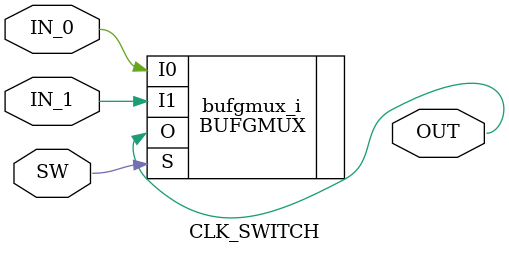
<source format=v>


module CLK_SWITCH (   
input       IN_0,
input       IN_1,
input       SW  ,
output      OUT 

);

BUFGMUX bufgmux_i(
	.I0(IN_0),
	.I1(IN_1),
	.S(SW),
	.O(OUT)
);

endmodule

</source>
